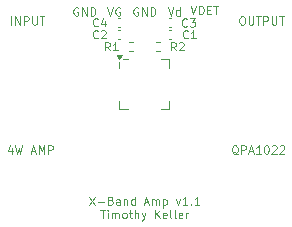
<source format=gbr>
%TF.GenerationSoftware,KiCad,Pcbnew,8.0.1*%
%TF.CreationDate,2024-07-13T13:57:38-04:00*%
%TF.ProjectId,X-Band Amplifier QPA1022,582d4261-6e64-4204-916d-706c69666965,v1.1*%
%TF.SameCoordinates,Original*%
%TF.FileFunction,Legend,Top*%
%TF.FilePolarity,Positive*%
%FSLAX46Y46*%
G04 Gerber Fmt 4.6, Leading zero omitted, Abs format (unit mm)*
G04 Created by KiCad (PCBNEW 8.0.1) date 2024-07-13 13:57:38*
%MOMM*%
%LPD*%
G01*
G04 APERTURE LIST*
%ADD10C,0.120000*%
G04 APERTURE END LIST*
D10*
X128464666Y-68910426D02*
X128464666Y-69377093D01*
X128298000Y-68643760D02*
X128131333Y-69143760D01*
X128131333Y-69143760D02*
X128564666Y-69143760D01*
X128764667Y-68677093D02*
X128931333Y-69377093D01*
X128931333Y-69377093D02*
X129064667Y-68877093D01*
X129064667Y-68877093D02*
X129198000Y-69377093D01*
X129198000Y-69377093D02*
X129364667Y-68677093D01*
X130131333Y-69177093D02*
X130464666Y-69177093D01*
X130064666Y-69377093D02*
X130298000Y-68677093D01*
X130298000Y-68677093D02*
X130531333Y-69377093D01*
X130764666Y-69377093D02*
X130764666Y-68677093D01*
X130764666Y-68677093D02*
X130998000Y-69177093D01*
X130998000Y-69177093D02*
X131231333Y-68677093D01*
X131231333Y-68677093D02*
X131231333Y-69377093D01*
X131564666Y-69377093D02*
X131564666Y-68677093D01*
X131564666Y-68677093D02*
X131831333Y-68677093D01*
X131831333Y-68677093D02*
X131898000Y-68710426D01*
X131898000Y-68710426D02*
X131931333Y-68743760D01*
X131931333Y-68743760D02*
X131964666Y-68810426D01*
X131964666Y-68810426D02*
X131964666Y-68910426D01*
X131964666Y-68910426D02*
X131931333Y-68977093D01*
X131931333Y-68977093D02*
X131898000Y-69010426D01*
X131898000Y-69010426D02*
X131831333Y-69043760D01*
X131831333Y-69043760D02*
X131564666Y-69043760D01*
X147635333Y-69443760D02*
X147568666Y-69410426D01*
X147568666Y-69410426D02*
X147502000Y-69343760D01*
X147502000Y-69343760D02*
X147402000Y-69243760D01*
X147402000Y-69243760D02*
X147335333Y-69210426D01*
X147335333Y-69210426D02*
X147268666Y-69210426D01*
X147302000Y-69377093D02*
X147235333Y-69343760D01*
X147235333Y-69343760D02*
X147168666Y-69277093D01*
X147168666Y-69277093D02*
X147135333Y-69143760D01*
X147135333Y-69143760D02*
X147135333Y-68910426D01*
X147135333Y-68910426D02*
X147168666Y-68777093D01*
X147168666Y-68777093D02*
X147235333Y-68710426D01*
X147235333Y-68710426D02*
X147302000Y-68677093D01*
X147302000Y-68677093D02*
X147435333Y-68677093D01*
X147435333Y-68677093D02*
X147502000Y-68710426D01*
X147502000Y-68710426D02*
X147568666Y-68777093D01*
X147568666Y-68777093D02*
X147602000Y-68910426D01*
X147602000Y-68910426D02*
X147602000Y-69143760D01*
X147602000Y-69143760D02*
X147568666Y-69277093D01*
X147568666Y-69277093D02*
X147502000Y-69343760D01*
X147502000Y-69343760D02*
X147435333Y-69377093D01*
X147435333Y-69377093D02*
X147302000Y-69377093D01*
X147901999Y-69377093D02*
X147901999Y-68677093D01*
X147901999Y-68677093D02*
X148168666Y-68677093D01*
X148168666Y-68677093D02*
X148235333Y-68710426D01*
X148235333Y-68710426D02*
X148268666Y-68743760D01*
X148268666Y-68743760D02*
X148301999Y-68810426D01*
X148301999Y-68810426D02*
X148301999Y-68910426D01*
X148301999Y-68910426D02*
X148268666Y-68977093D01*
X148268666Y-68977093D02*
X148235333Y-69010426D01*
X148235333Y-69010426D02*
X148168666Y-69043760D01*
X148168666Y-69043760D02*
X147901999Y-69043760D01*
X148568666Y-69177093D02*
X148901999Y-69177093D01*
X148501999Y-69377093D02*
X148735333Y-68677093D01*
X148735333Y-68677093D02*
X148968666Y-69377093D01*
X149568666Y-69377093D02*
X149168666Y-69377093D01*
X149368666Y-69377093D02*
X149368666Y-68677093D01*
X149368666Y-68677093D02*
X149301999Y-68777093D01*
X149301999Y-68777093D02*
X149235333Y-68843760D01*
X149235333Y-68843760D02*
X149168666Y-68877093D01*
X150002000Y-68677093D02*
X150068666Y-68677093D01*
X150068666Y-68677093D02*
X150135333Y-68710426D01*
X150135333Y-68710426D02*
X150168666Y-68743760D01*
X150168666Y-68743760D02*
X150202000Y-68810426D01*
X150202000Y-68810426D02*
X150235333Y-68943760D01*
X150235333Y-68943760D02*
X150235333Y-69110426D01*
X150235333Y-69110426D02*
X150202000Y-69243760D01*
X150202000Y-69243760D02*
X150168666Y-69310426D01*
X150168666Y-69310426D02*
X150135333Y-69343760D01*
X150135333Y-69343760D02*
X150068666Y-69377093D01*
X150068666Y-69377093D02*
X150002000Y-69377093D01*
X150002000Y-69377093D02*
X149935333Y-69343760D01*
X149935333Y-69343760D02*
X149902000Y-69310426D01*
X149902000Y-69310426D02*
X149868666Y-69243760D01*
X149868666Y-69243760D02*
X149835333Y-69110426D01*
X149835333Y-69110426D02*
X149835333Y-68943760D01*
X149835333Y-68943760D02*
X149868666Y-68810426D01*
X149868666Y-68810426D02*
X149902000Y-68743760D01*
X149902000Y-68743760D02*
X149935333Y-68710426D01*
X149935333Y-68710426D02*
X150002000Y-68677093D01*
X150502000Y-68743760D02*
X150535333Y-68710426D01*
X150535333Y-68710426D02*
X150602000Y-68677093D01*
X150602000Y-68677093D02*
X150768667Y-68677093D01*
X150768667Y-68677093D02*
X150835333Y-68710426D01*
X150835333Y-68710426D02*
X150868667Y-68743760D01*
X150868667Y-68743760D02*
X150902000Y-68810426D01*
X150902000Y-68810426D02*
X150902000Y-68877093D01*
X150902000Y-68877093D02*
X150868667Y-68977093D01*
X150868667Y-68977093D02*
X150468667Y-69377093D01*
X150468667Y-69377093D02*
X150902000Y-69377093D01*
X151168667Y-68743760D02*
X151202000Y-68710426D01*
X151202000Y-68710426D02*
X151268667Y-68677093D01*
X151268667Y-68677093D02*
X151435334Y-68677093D01*
X151435334Y-68677093D02*
X151502000Y-68710426D01*
X151502000Y-68710426D02*
X151535334Y-68743760D01*
X151535334Y-68743760D02*
X151568667Y-68810426D01*
X151568667Y-68810426D02*
X151568667Y-68877093D01*
X151568667Y-68877093D02*
X151535334Y-68977093D01*
X151535334Y-68977093D02*
X151135334Y-69377093D01*
X151135334Y-69377093D02*
X151568667Y-69377093D01*
X134086667Y-57026426D02*
X134020000Y-56993093D01*
X134020000Y-56993093D02*
X133920000Y-56993093D01*
X133920000Y-56993093D02*
X133820000Y-57026426D01*
X133820000Y-57026426D02*
X133753334Y-57093093D01*
X133753334Y-57093093D02*
X133720000Y-57159760D01*
X133720000Y-57159760D02*
X133686667Y-57293093D01*
X133686667Y-57293093D02*
X133686667Y-57393093D01*
X133686667Y-57393093D02*
X133720000Y-57526426D01*
X133720000Y-57526426D02*
X133753334Y-57593093D01*
X133753334Y-57593093D02*
X133820000Y-57659760D01*
X133820000Y-57659760D02*
X133920000Y-57693093D01*
X133920000Y-57693093D02*
X133986667Y-57693093D01*
X133986667Y-57693093D02*
X134086667Y-57659760D01*
X134086667Y-57659760D02*
X134120000Y-57626426D01*
X134120000Y-57626426D02*
X134120000Y-57393093D01*
X134120000Y-57393093D02*
X133986667Y-57393093D01*
X134420000Y-57693093D02*
X134420000Y-56993093D01*
X134420000Y-56993093D02*
X134820000Y-57693093D01*
X134820000Y-57693093D02*
X134820000Y-56993093D01*
X135153333Y-57693093D02*
X135153333Y-56993093D01*
X135153333Y-56993093D02*
X135320000Y-56993093D01*
X135320000Y-56993093D02*
X135420000Y-57026426D01*
X135420000Y-57026426D02*
X135486667Y-57093093D01*
X135486667Y-57093093D02*
X135520000Y-57159760D01*
X135520000Y-57159760D02*
X135553333Y-57293093D01*
X135553333Y-57293093D02*
X135553333Y-57393093D01*
X135553333Y-57393093D02*
X135520000Y-57526426D01*
X135520000Y-57526426D02*
X135486667Y-57593093D01*
X135486667Y-57593093D02*
X135420000Y-57659760D01*
X135420000Y-57659760D02*
X135320000Y-57693093D01*
X135320000Y-57693093D02*
X135153333Y-57693093D01*
X147922668Y-57755093D02*
X148056001Y-57755093D01*
X148056001Y-57755093D02*
X148122668Y-57788426D01*
X148122668Y-57788426D02*
X148189334Y-57855093D01*
X148189334Y-57855093D02*
X148222668Y-57988426D01*
X148222668Y-57988426D02*
X148222668Y-58221760D01*
X148222668Y-58221760D02*
X148189334Y-58355093D01*
X148189334Y-58355093D02*
X148122668Y-58421760D01*
X148122668Y-58421760D02*
X148056001Y-58455093D01*
X148056001Y-58455093D02*
X147922668Y-58455093D01*
X147922668Y-58455093D02*
X147856001Y-58421760D01*
X147856001Y-58421760D02*
X147789334Y-58355093D01*
X147789334Y-58355093D02*
X147756001Y-58221760D01*
X147756001Y-58221760D02*
X147756001Y-57988426D01*
X147756001Y-57988426D02*
X147789334Y-57855093D01*
X147789334Y-57855093D02*
X147856001Y-57788426D01*
X147856001Y-57788426D02*
X147922668Y-57755093D01*
X148522667Y-57755093D02*
X148522667Y-58321760D01*
X148522667Y-58321760D02*
X148556001Y-58388426D01*
X148556001Y-58388426D02*
X148589334Y-58421760D01*
X148589334Y-58421760D02*
X148656001Y-58455093D01*
X148656001Y-58455093D02*
X148789334Y-58455093D01*
X148789334Y-58455093D02*
X148856001Y-58421760D01*
X148856001Y-58421760D02*
X148889334Y-58388426D01*
X148889334Y-58388426D02*
X148922667Y-58321760D01*
X148922667Y-58321760D02*
X148922667Y-57755093D01*
X149156000Y-57755093D02*
X149556000Y-57755093D01*
X149356000Y-58455093D02*
X149356000Y-57755093D01*
X149789333Y-58455093D02*
X149789333Y-57755093D01*
X149789333Y-57755093D02*
X150056000Y-57755093D01*
X150056000Y-57755093D02*
X150122667Y-57788426D01*
X150122667Y-57788426D02*
X150156000Y-57821760D01*
X150156000Y-57821760D02*
X150189333Y-57888426D01*
X150189333Y-57888426D02*
X150189333Y-57988426D01*
X150189333Y-57988426D02*
X150156000Y-58055093D01*
X150156000Y-58055093D02*
X150122667Y-58088426D01*
X150122667Y-58088426D02*
X150056000Y-58121760D01*
X150056000Y-58121760D02*
X149789333Y-58121760D01*
X150489333Y-57755093D02*
X150489333Y-58321760D01*
X150489333Y-58321760D02*
X150522667Y-58388426D01*
X150522667Y-58388426D02*
X150556000Y-58421760D01*
X150556000Y-58421760D02*
X150622667Y-58455093D01*
X150622667Y-58455093D02*
X150756000Y-58455093D01*
X150756000Y-58455093D02*
X150822667Y-58421760D01*
X150822667Y-58421760D02*
X150856000Y-58388426D01*
X150856000Y-58388426D02*
X150889333Y-58321760D01*
X150889333Y-58321760D02*
X150889333Y-57755093D01*
X151122666Y-57755093D02*
X151522666Y-57755093D01*
X151322666Y-58455093D02*
X151322666Y-57755093D01*
X135016668Y-73011132D02*
X135483334Y-73711132D01*
X135483334Y-73011132D02*
X135016668Y-73711132D01*
X135750001Y-73444465D02*
X136283335Y-73444465D01*
X136850002Y-73344465D02*
X136950002Y-73377799D01*
X136950002Y-73377799D02*
X136983335Y-73411132D01*
X136983335Y-73411132D02*
X137016668Y-73477799D01*
X137016668Y-73477799D02*
X137016668Y-73577799D01*
X137016668Y-73577799D02*
X136983335Y-73644465D01*
X136983335Y-73644465D02*
X136950002Y-73677799D01*
X136950002Y-73677799D02*
X136883335Y-73711132D01*
X136883335Y-73711132D02*
X136616668Y-73711132D01*
X136616668Y-73711132D02*
X136616668Y-73011132D01*
X136616668Y-73011132D02*
X136850002Y-73011132D01*
X136850002Y-73011132D02*
X136916668Y-73044465D01*
X136916668Y-73044465D02*
X136950002Y-73077799D01*
X136950002Y-73077799D02*
X136983335Y-73144465D01*
X136983335Y-73144465D02*
X136983335Y-73211132D01*
X136983335Y-73211132D02*
X136950002Y-73277799D01*
X136950002Y-73277799D02*
X136916668Y-73311132D01*
X136916668Y-73311132D02*
X136850002Y-73344465D01*
X136850002Y-73344465D02*
X136616668Y-73344465D01*
X137616668Y-73711132D02*
X137616668Y-73344465D01*
X137616668Y-73344465D02*
X137583335Y-73277799D01*
X137583335Y-73277799D02*
X137516668Y-73244465D01*
X137516668Y-73244465D02*
X137383335Y-73244465D01*
X137383335Y-73244465D02*
X137316668Y-73277799D01*
X137616668Y-73677799D02*
X137550002Y-73711132D01*
X137550002Y-73711132D02*
X137383335Y-73711132D01*
X137383335Y-73711132D02*
X137316668Y-73677799D01*
X137316668Y-73677799D02*
X137283335Y-73611132D01*
X137283335Y-73611132D02*
X137283335Y-73544465D01*
X137283335Y-73544465D02*
X137316668Y-73477799D01*
X137316668Y-73477799D02*
X137383335Y-73444465D01*
X137383335Y-73444465D02*
X137550002Y-73444465D01*
X137550002Y-73444465D02*
X137616668Y-73411132D01*
X137950001Y-73244465D02*
X137950001Y-73711132D01*
X137950001Y-73311132D02*
X137983335Y-73277799D01*
X137983335Y-73277799D02*
X138050001Y-73244465D01*
X138050001Y-73244465D02*
X138150001Y-73244465D01*
X138150001Y-73244465D02*
X138216668Y-73277799D01*
X138216668Y-73277799D02*
X138250001Y-73344465D01*
X138250001Y-73344465D02*
X138250001Y-73711132D01*
X138883334Y-73711132D02*
X138883334Y-73011132D01*
X138883334Y-73677799D02*
X138816668Y-73711132D01*
X138816668Y-73711132D02*
X138683334Y-73711132D01*
X138683334Y-73711132D02*
X138616668Y-73677799D01*
X138616668Y-73677799D02*
X138583334Y-73644465D01*
X138583334Y-73644465D02*
X138550001Y-73577799D01*
X138550001Y-73577799D02*
X138550001Y-73377799D01*
X138550001Y-73377799D02*
X138583334Y-73311132D01*
X138583334Y-73311132D02*
X138616668Y-73277799D01*
X138616668Y-73277799D02*
X138683334Y-73244465D01*
X138683334Y-73244465D02*
X138816668Y-73244465D01*
X138816668Y-73244465D02*
X138883334Y-73277799D01*
X139716667Y-73511132D02*
X140050000Y-73511132D01*
X139650000Y-73711132D02*
X139883334Y-73011132D01*
X139883334Y-73011132D02*
X140116667Y-73711132D01*
X140350000Y-73711132D02*
X140350000Y-73244465D01*
X140350000Y-73311132D02*
X140383334Y-73277799D01*
X140383334Y-73277799D02*
X140450000Y-73244465D01*
X140450000Y-73244465D02*
X140550000Y-73244465D01*
X140550000Y-73244465D02*
X140616667Y-73277799D01*
X140616667Y-73277799D02*
X140650000Y-73344465D01*
X140650000Y-73344465D02*
X140650000Y-73711132D01*
X140650000Y-73344465D02*
X140683334Y-73277799D01*
X140683334Y-73277799D02*
X140750000Y-73244465D01*
X140750000Y-73244465D02*
X140850000Y-73244465D01*
X140850000Y-73244465D02*
X140916667Y-73277799D01*
X140916667Y-73277799D02*
X140950000Y-73344465D01*
X140950000Y-73344465D02*
X140950000Y-73711132D01*
X141283333Y-73244465D02*
X141283333Y-73944465D01*
X141283333Y-73277799D02*
X141350000Y-73244465D01*
X141350000Y-73244465D02*
X141483333Y-73244465D01*
X141483333Y-73244465D02*
X141550000Y-73277799D01*
X141550000Y-73277799D02*
X141583333Y-73311132D01*
X141583333Y-73311132D02*
X141616667Y-73377799D01*
X141616667Y-73377799D02*
X141616667Y-73577799D01*
X141616667Y-73577799D02*
X141583333Y-73644465D01*
X141583333Y-73644465D02*
X141550000Y-73677799D01*
X141550000Y-73677799D02*
X141483333Y-73711132D01*
X141483333Y-73711132D02*
X141350000Y-73711132D01*
X141350000Y-73711132D02*
X141283333Y-73677799D01*
X142383333Y-73244465D02*
X142549999Y-73711132D01*
X142549999Y-73711132D02*
X142716666Y-73244465D01*
X143349999Y-73711132D02*
X142949999Y-73711132D01*
X143149999Y-73711132D02*
X143149999Y-73011132D01*
X143149999Y-73011132D02*
X143083332Y-73111132D01*
X143083332Y-73111132D02*
X143016666Y-73177799D01*
X143016666Y-73177799D02*
X142949999Y-73211132D01*
X143649999Y-73644465D02*
X143683333Y-73677799D01*
X143683333Y-73677799D02*
X143649999Y-73711132D01*
X143649999Y-73711132D02*
X143616666Y-73677799D01*
X143616666Y-73677799D02*
X143649999Y-73644465D01*
X143649999Y-73644465D02*
X143649999Y-73711132D01*
X144349999Y-73711132D02*
X143949999Y-73711132D01*
X144149999Y-73711132D02*
X144149999Y-73011132D01*
X144149999Y-73011132D02*
X144083332Y-73111132D01*
X144083332Y-73111132D02*
X144016666Y-73177799D01*
X144016666Y-73177799D02*
X143949999Y-73211132D01*
X135966667Y-74138093D02*
X136366667Y-74138093D01*
X136166667Y-74838093D02*
X136166667Y-74138093D01*
X136600000Y-74838093D02*
X136600000Y-74371426D01*
X136600000Y-74138093D02*
X136566667Y-74171426D01*
X136566667Y-74171426D02*
X136600000Y-74204760D01*
X136600000Y-74204760D02*
X136633334Y-74171426D01*
X136633334Y-74171426D02*
X136600000Y-74138093D01*
X136600000Y-74138093D02*
X136600000Y-74204760D01*
X136933333Y-74838093D02*
X136933333Y-74371426D01*
X136933333Y-74438093D02*
X136966667Y-74404760D01*
X136966667Y-74404760D02*
X137033333Y-74371426D01*
X137033333Y-74371426D02*
X137133333Y-74371426D01*
X137133333Y-74371426D02*
X137200000Y-74404760D01*
X137200000Y-74404760D02*
X137233333Y-74471426D01*
X137233333Y-74471426D02*
X137233333Y-74838093D01*
X137233333Y-74471426D02*
X137266667Y-74404760D01*
X137266667Y-74404760D02*
X137333333Y-74371426D01*
X137333333Y-74371426D02*
X137433333Y-74371426D01*
X137433333Y-74371426D02*
X137500000Y-74404760D01*
X137500000Y-74404760D02*
X137533333Y-74471426D01*
X137533333Y-74471426D02*
X137533333Y-74838093D01*
X137966666Y-74838093D02*
X137900000Y-74804760D01*
X137900000Y-74804760D02*
X137866666Y-74771426D01*
X137866666Y-74771426D02*
X137833333Y-74704760D01*
X137833333Y-74704760D02*
X137833333Y-74504760D01*
X137833333Y-74504760D02*
X137866666Y-74438093D01*
X137866666Y-74438093D02*
X137900000Y-74404760D01*
X137900000Y-74404760D02*
X137966666Y-74371426D01*
X137966666Y-74371426D02*
X138066666Y-74371426D01*
X138066666Y-74371426D02*
X138133333Y-74404760D01*
X138133333Y-74404760D02*
X138166666Y-74438093D01*
X138166666Y-74438093D02*
X138200000Y-74504760D01*
X138200000Y-74504760D02*
X138200000Y-74704760D01*
X138200000Y-74704760D02*
X138166666Y-74771426D01*
X138166666Y-74771426D02*
X138133333Y-74804760D01*
X138133333Y-74804760D02*
X138066666Y-74838093D01*
X138066666Y-74838093D02*
X137966666Y-74838093D01*
X138399999Y-74371426D02*
X138666666Y-74371426D01*
X138499999Y-74138093D02*
X138499999Y-74738093D01*
X138499999Y-74738093D02*
X138533333Y-74804760D01*
X138533333Y-74804760D02*
X138599999Y-74838093D01*
X138599999Y-74838093D02*
X138666666Y-74838093D01*
X138899999Y-74838093D02*
X138899999Y-74138093D01*
X139199999Y-74838093D02*
X139199999Y-74471426D01*
X139199999Y-74471426D02*
X139166666Y-74404760D01*
X139166666Y-74404760D02*
X139099999Y-74371426D01*
X139099999Y-74371426D02*
X138999999Y-74371426D01*
X138999999Y-74371426D02*
X138933333Y-74404760D01*
X138933333Y-74404760D02*
X138899999Y-74438093D01*
X139466666Y-74371426D02*
X139633332Y-74838093D01*
X139799999Y-74371426D02*
X139633332Y-74838093D01*
X139633332Y-74838093D02*
X139566666Y-75004760D01*
X139566666Y-75004760D02*
X139533332Y-75038093D01*
X139533332Y-75038093D02*
X139466666Y-75071426D01*
X140599998Y-74838093D02*
X140599998Y-74138093D01*
X140999998Y-74838093D02*
X140699998Y-74438093D01*
X140999998Y-74138093D02*
X140599998Y-74538093D01*
X141566665Y-74804760D02*
X141499998Y-74838093D01*
X141499998Y-74838093D02*
X141366665Y-74838093D01*
X141366665Y-74838093D02*
X141299998Y-74804760D01*
X141299998Y-74804760D02*
X141266665Y-74738093D01*
X141266665Y-74738093D02*
X141266665Y-74471426D01*
X141266665Y-74471426D02*
X141299998Y-74404760D01*
X141299998Y-74404760D02*
X141366665Y-74371426D01*
X141366665Y-74371426D02*
X141499998Y-74371426D01*
X141499998Y-74371426D02*
X141566665Y-74404760D01*
X141566665Y-74404760D02*
X141599998Y-74471426D01*
X141599998Y-74471426D02*
X141599998Y-74538093D01*
X141599998Y-74538093D02*
X141266665Y-74604760D01*
X141999998Y-74838093D02*
X141933332Y-74804760D01*
X141933332Y-74804760D02*
X141899998Y-74738093D01*
X141899998Y-74738093D02*
X141899998Y-74138093D01*
X142366665Y-74838093D02*
X142299999Y-74804760D01*
X142299999Y-74804760D02*
X142266665Y-74738093D01*
X142266665Y-74738093D02*
X142266665Y-74138093D01*
X142899999Y-74804760D02*
X142833332Y-74838093D01*
X142833332Y-74838093D02*
X142699999Y-74838093D01*
X142699999Y-74838093D02*
X142633332Y-74804760D01*
X142633332Y-74804760D02*
X142599999Y-74738093D01*
X142599999Y-74738093D02*
X142599999Y-74471426D01*
X142599999Y-74471426D02*
X142633332Y-74404760D01*
X142633332Y-74404760D02*
X142699999Y-74371426D01*
X142699999Y-74371426D02*
X142833332Y-74371426D01*
X142833332Y-74371426D02*
X142899999Y-74404760D01*
X142899999Y-74404760D02*
X142933332Y-74471426D01*
X142933332Y-74471426D02*
X142933332Y-74538093D01*
X142933332Y-74538093D02*
X142599999Y-74604760D01*
X143233332Y-74838093D02*
X143233332Y-74371426D01*
X143233332Y-74504760D02*
X143266666Y-74438093D01*
X143266666Y-74438093D02*
X143299999Y-74404760D01*
X143299999Y-74404760D02*
X143366666Y-74371426D01*
X143366666Y-74371426D02*
X143433332Y-74371426D01*
X141690000Y-56993093D02*
X141923334Y-57693093D01*
X141923334Y-57693093D02*
X142156667Y-56993093D01*
X142690000Y-57693093D02*
X142690000Y-56993093D01*
X142690000Y-57659760D02*
X142623334Y-57693093D01*
X142623334Y-57693093D02*
X142490000Y-57693093D01*
X142490000Y-57693093D02*
X142423334Y-57659760D01*
X142423334Y-57659760D02*
X142390000Y-57626426D01*
X142390000Y-57626426D02*
X142356667Y-57559760D01*
X142356667Y-57559760D02*
X142356667Y-57359760D01*
X142356667Y-57359760D02*
X142390000Y-57293093D01*
X142390000Y-57293093D02*
X142423334Y-57259760D01*
X142423334Y-57259760D02*
X142490000Y-57226426D01*
X142490000Y-57226426D02*
X142623334Y-57226426D01*
X142623334Y-57226426D02*
X142690000Y-57259760D01*
X143613333Y-56866093D02*
X143846667Y-57566093D01*
X143846667Y-57566093D02*
X144080000Y-56866093D01*
X144313333Y-57566093D02*
X144313333Y-56866093D01*
X144313333Y-56866093D02*
X144480000Y-56866093D01*
X144480000Y-56866093D02*
X144580000Y-56899426D01*
X144580000Y-56899426D02*
X144646667Y-56966093D01*
X144646667Y-56966093D02*
X144680000Y-57032760D01*
X144680000Y-57032760D02*
X144713333Y-57166093D01*
X144713333Y-57166093D02*
X144713333Y-57266093D01*
X144713333Y-57266093D02*
X144680000Y-57399426D01*
X144680000Y-57399426D02*
X144646667Y-57466093D01*
X144646667Y-57466093D02*
X144580000Y-57532760D01*
X144580000Y-57532760D02*
X144480000Y-57566093D01*
X144480000Y-57566093D02*
X144313333Y-57566093D01*
X145013333Y-57199426D02*
X145246667Y-57199426D01*
X145346667Y-57566093D02*
X145013333Y-57566093D01*
X145013333Y-57566093D02*
X145013333Y-56866093D01*
X145013333Y-56866093D02*
X145346667Y-56866093D01*
X145546666Y-56866093D02*
X145946666Y-56866093D01*
X145746666Y-57566093D02*
X145746666Y-56866093D01*
X136576666Y-56993093D02*
X136810000Y-57693093D01*
X136810000Y-57693093D02*
X137043333Y-56993093D01*
X137643333Y-57026426D02*
X137576666Y-56993093D01*
X137576666Y-56993093D02*
X137476666Y-56993093D01*
X137476666Y-56993093D02*
X137376666Y-57026426D01*
X137376666Y-57026426D02*
X137310000Y-57093093D01*
X137310000Y-57093093D02*
X137276666Y-57159760D01*
X137276666Y-57159760D02*
X137243333Y-57293093D01*
X137243333Y-57293093D02*
X137243333Y-57393093D01*
X137243333Y-57393093D02*
X137276666Y-57526426D01*
X137276666Y-57526426D02*
X137310000Y-57593093D01*
X137310000Y-57593093D02*
X137376666Y-57659760D01*
X137376666Y-57659760D02*
X137476666Y-57693093D01*
X137476666Y-57693093D02*
X137543333Y-57693093D01*
X137543333Y-57693093D02*
X137643333Y-57659760D01*
X137643333Y-57659760D02*
X137676666Y-57626426D01*
X137676666Y-57626426D02*
X137676666Y-57393093D01*
X137676666Y-57393093D02*
X137543333Y-57393093D01*
X139166667Y-57026426D02*
X139100000Y-56993093D01*
X139100000Y-56993093D02*
X139000000Y-56993093D01*
X139000000Y-56993093D02*
X138900000Y-57026426D01*
X138900000Y-57026426D02*
X138833334Y-57093093D01*
X138833334Y-57093093D02*
X138800000Y-57159760D01*
X138800000Y-57159760D02*
X138766667Y-57293093D01*
X138766667Y-57293093D02*
X138766667Y-57393093D01*
X138766667Y-57393093D02*
X138800000Y-57526426D01*
X138800000Y-57526426D02*
X138833334Y-57593093D01*
X138833334Y-57593093D02*
X138900000Y-57659760D01*
X138900000Y-57659760D02*
X139000000Y-57693093D01*
X139000000Y-57693093D02*
X139066667Y-57693093D01*
X139066667Y-57693093D02*
X139166667Y-57659760D01*
X139166667Y-57659760D02*
X139200000Y-57626426D01*
X139200000Y-57626426D02*
X139200000Y-57393093D01*
X139200000Y-57393093D02*
X139066667Y-57393093D01*
X139500000Y-57693093D02*
X139500000Y-56993093D01*
X139500000Y-56993093D02*
X139900000Y-57693093D01*
X139900000Y-57693093D02*
X139900000Y-56993093D01*
X140233333Y-57693093D02*
X140233333Y-56993093D01*
X140233333Y-56993093D02*
X140400000Y-56993093D01*
X140400000Y-56993093D02*
X140500000Y-57026426D01*
X140500000Y-57026426D02*
X140566667Y-57093093D01*
X140566667Y-57093093D02*
X140600000Y-57159760D01*
X140600000Y-57159760D02*
X140633333Y-57293093D01*
X140633333Y-57293093D02*
X140633333Y-57393093D01*
X140633333Y-57393093D02*
X140600000Y-57526426D01*
X140600000Y-57526426D02*
X140566667Y-57593093D01*
X140566667Y-57593093D02*
X140500000Y-57659760D01*
X140500000Y-57659760D02*
X140400000Y-57693093D01*
X140400000Y-57693093D02*
X140233333Y-57693093D01*
X128444000Y-58455093D02*
X128444000Y-57755093D01*
X128777333Y-58455093D02*
X128777333Y-57755093D01*
X128777333Y-57755093D02*
X129177333Y-58455093D01*
X129177333Y-58455093D02*
X129177333Y-57755093D01*
X129510666Y-58455093D02*
X129510666Y-57755093D01*
X129510666Y-57755093D02*
X129777333Y-57755093D01*
X129777333Y-57755093D02*
X129844000Y-57788426D01*
X129844000Y-57788426D02*
X129877333Y-57821760D01*
X129877333Y-57821760D02*
X129910666Y-57888426D01*
X129910666Y-57888426D02*
X129910666Y-57988426D01*
X129910666Y-57988426D02*
X129877333Y-58055093D01*
X129877333Y-58055093D02*
X129844000Y-58088426D01*
X129844000Y-58088426D02*
X129777333Y-58121760D01*
X129777333Y-58121760D02*
X129510666Y-58121760D01*
X130210666Y-57755093D02*
X130210666Y-58321760D01*
X130210666Y-58321760D02*
X130244000Y-58388426D01*
X130244000Y-58388426D02*
X130277333Y-58421760D01*
X130277333Y-58421760D02*
X130344000Y-58455093D01*
X130344000Y-58455093D02*
X130477333Y-58455093D01*
X130477333Y-58455093D02*
X130544000Y-58421760D01*
X130544000Y-58421760D02*
X130577333Y-58388426D01*
X130577333Y-58388426D02*
X130610666Y-58321760D01*
X130610666Y-58321760D02*
X130610666Y-57755093D01*
X130843999Y-57755093D02*
X131243999Y-57755093D01*
X131043999Y-58455093D02*
X131043999Y-57755093D01*
X142377333Y-60642593D02*
X142144000Y-60309260D01*
X141977333Y-60642593D02*
X141977333Y-59942593D01*
X141977333Y-59942593D02*
X142244000Y-59942593D01*
X142244000Y-59942593D02*
X142310667Y-59975926D01*
X142310667Y-59975926D02*
X142344000Y-60009260D01*
X142344000Y-60009260D02*
X142377333Y-60075926D01*
X142377333Y-60075926D02*
X142377333Y-60175926D01*
X142377333Y-60175926D02*
X142344000Y-60242593D01*
X142344000Y-60242593D02*
X142310667Y-60275926D01*
X142310667Y-60275926D02*
X142244000Y-60309260D01*
X142244000Y-60309260D02*
X141977333Y-60309260D01*
X142644000Y-60009260D02*
X142677333Y-59975926D01*
X142677333Y-59975926D02*
X142744000Y-59942593D01*
X142744000Y-59942593D02*
X142910667Y-59942593D01*
X142910667Y-59942593D02*
X142977333Y-59975926D01*
X142977333Y-59975926D02*
X143010667Y-60009260D01*
X143010667Y-60009260D02*
X143044000Y-60075926D01*
X143044000Y-60075926D02*
X143044000Y-60142593D01*
X143044000Y-60142593D02*
X143010667Y-60242593D01*
X143010667Y-60242593D02*
X142610667Y-60642593D01*
X142610667Y-60642593D02*
X143044000Y-60642593D01*
X136789333Y-60642593D02*
X136556000Y-60309260D01*
X136389333Y-60642593D02*
X136389333Y-59942593D01*
X136389333Y-59942593D02*
X136656000Y-59942593D01*
X136656000Y-59942593D02*
X136722667Y-59975926D01*
X136722667Y-59975926D02*
X136756000Y-60009260D01*
X136756000Y-60009260D02*
X136789333Y-60075926D01*
X136789333Y-60075926D02*
X136789333Y-60175926D01*
X136789333Y-60175926D02*
X136756000Y-60242593D01*
X136756000Y-60242593D02*
X136722667Y-60275926D01*
X136722667Y-60275926D02*
X136656000Y-60309260D01*
X136656000Y-60309260D02*
X136389333Y-60309260D01*
X137456000Y-60642593D02*
X137056000Y-60642593D01*
X137256000Y-60642593D02*
X137256000Y-59942593D01*
X137256000Y-59942593D02*
X137189333Y-60042593D01*
X137189333Y-60042593D02*
X137122667Y-60109260D01*
X137122667Y-60109260D02*
X137056000Y-60142593D01*
X135773333Y-58543926D02*
X135740000Y-58577260D01*
X135740000Y-58577260D02*
X135640000Y-58610593D01*
X135640000Y-58610593D02*
X135573333Y-58610593D01*
X135573333Y-58610593D02*
X135473333Y-58577260D01*
X135473333Y-58577260D02*
X135406667Y-58510593D01*
X135406667Y-58510593D02*
X135373333Y-58443926D01*
X135373333Y-58443926D02*
X135340000Y-58310593D01*
X135340000Y-58310593D02*
X135340000Y-58210593D01*
X135340000Y-58210593D02*
X135373333Y-58077260D01*
X135373333Y-58077260D02*
X135406667Y-58010593D01*
X135406667Y-58010593D02*
X135473333Y-57943926D01*
X135473333Y-57943926D02*
X135573333Y-57910593D01*
X135573333Y-57910593D02*
X135640000Y-57910593D01*
X135640000Y-57910593D02*
X135740000Y-57943926D01*
X135740000Y-57943926D02*
X135773333Y-57977260D01*
X136373333Y-58143926D02*
X136373333Y-58610593D01*
X136206667Y-57877260D02*
X136040000Y-58377260D01*
X136040000Y-58377260D02*
X136473333Y-58377260D01*
X143317133Y-58569326D02*
X143283800Y-58602660D01*
X143283800Y-58602660D02*
X143183800Y-58635993D01*
X143183800Y-58635993D02*
X143117133Y-58635993D01*
X143117133Y-58635993D02*
X143017133Y-58602660D01*
X143017133Y-58602660D02*
X142950467Y-58535993D01*
X142950467Y-58535993D02*
X142917133Y-58469326D01*
X142917133Y-58469326D02*
X142883800Y-58335993D01*
X142883800Y-58335993D02*
X142883800Y-58235993D01*
X142883800Y-58235993D02*
X142917133Y-58102660D01*
X142917133Y-58102660D02*
X142950467Y-58035993D01*
X142950467Y-58035993D02*
X143017133Y-57969326D01*
X143017133Y-57969326D02*
X143117133Y-57935993D01*
X143117133Y-57935993D02*
X143183800Y-57935993D01*
X143183800Y-57935993D02*
X143283800Y-57969326D01*
X143283800Y-57969326D02*
X143317133Y-58002660D01*
X143550467Y-57935993D02*
X143983800Y-57935993D01*
X143983800Y-57935993D02*
X143750467Y-58202660D01*
X143750467Y-58202660D02*
X143850467Y-58202660D01*
X143850467Y-58202660D02*
X143917133Y-58235993D01*
X143917133Y-58235993D02*
X143950467Y-58269326D01*
X143950467Y-58269326D02*
X143983800Y-58335993D01*
X143983800Y-58335993D02*
X143983800Y-58502660D01*
X143983800Y-58502660D02*
X143950467Y-58569326D01*
X143950467Y-58569326D02*
X143917133Y-58602660D01*
X143917133Y-58602660D02*
X143850467Y-58635993D01*
X143850467Y-58635993D02*
X143650467Y-58635993D01*
X143650467Y-58635993D02*
X143583800Y-58602660D01*
X143583800Y-58602660D02*
X143550467Y-58569326D01*
X143393333Y-59559926D02*
X143360000Y-59593260D01*
X143360000Y-59593260D02*
X143260000Y-59626593D01*
X143260000Y-59626593D02*
X143193333Y-59626593D01*
X143193333Y-59626593D02*
X143093333Y-59593260D01*
X143093333Y-59593260D02*
X143026667Y-59526593D01*
X143026667Y-59526593D02*
X142993333Y-59459926D01*
X142993333Y-59459926D02*
X142960000Y-59326593D01*
X142960000Y-59326593D02*
X142960000Y-59226593D01*
X142960000Y-59226593D02*
X142993333Y-59093260D01*
X142993333Y-59093260D02*
X143026667Y-59026593D01*
X143026667Y-59026593D02*
X143093333Y-58959926D01*
X143093333Y-58959926D02*
X143193333Y-58926593D01*
X143193333Y-58926593D02*
X143260000Y-58926593D01*
X143260000Y-58926593D02*
X143360000Y-58959926D01*
X143360000Y-58959926D02*
X143393333Y-58993260D01*
X144060000Y-59626593D02*
X143660000Y-59626593D01*
X143860000Y-59626593D02*
X143860000Y-58926593D01*
X143860000Y-58926593D02*
X143793333Y-59026593D01*
X143793333Y-59026593D02*
X143726667Y-59093260D01*
X143726667Y-59093260D02*
X143660000Y-59126593D01*
X135773333Y-59559926D02*
X135740000Y-59593260D01*
X135740000Y-59593260D02*
X135640000Y-59626593D01*
X135640000Y-59626593D02*
X135573333Y-59626593D01*
X135573333Y-59626593D02*
X135473333Y-59593260D01*
X135473333Y-59593260D02*
X135406667Y-59526593D01*
X135406667Y-59526593D02*
X135373333Y-59459926D01*
X135373333Y-59459926D02*
X135340000Y-59326593D01*
X135340000Y-59326593D02*
X135340000Y-59226593D01*
X135340000Y-59226593D02*
X135373333Y-59093260D01*
X135373333Y-59093260D02*
X135406667Y-59026593D01*
X135406667Y-59026593D02*
X135473333Y-58959926D01*
X135473333Y-58959926D02*
X135573333Y-58926593D01*
X135573333Y-58926593D02*
X135640000Y-58926593D01*
X135640000Y-58926593D02*
X135740000Y-58959926D01*
X135740000Y-58959926D02*
X135773333Y-58993260D01*
X136040000Y-58993260D02*
X136073333Y-58959926D01*
X136073333Y-58959926D02*
X136140000Y-58926593D01*
X136140000Y-58926593D02*
X136306667Y-58926593D01*
X136306667Y-58926593D02*
X136373333Y-58959926D01*
X136373333Y-58959926D02*
X136406667Y-58993260D01*
X136406667Y-58993260D02*
X136440000Y-59059926D01*
X136440000Y-59059926D02*
X136440000Y-59126593D01*
X136440000Y-59126593D02*
X136406667Y-59226593D01*
X136406667Y-59226593D02*
X136006667Y-59626593D01*
X136006667Y-59626593D02*
X136440000Y-59626593D01*
%TO.C,U1*%
X137590000Y-62115000D02*
X137590000Y-61630000D01*
X137590000Y-65610000D02*
X137590000Y-64885000D01*
X138315000Y-61390000D02*
X137890000Y-61390000D01*
X138315000Y-65610000D02*
X137590000Y-65610000D01*
X141085000Y-61390000D02*
X141810000Y-61390000D01*
X141085000Y-65610000D02*
X141810000Y-65610000D01*
X141810000Y-61390000D02*
X141810000Y-62115000D01*
X141810000Y-65610000D02*
X141810000Y-64885000D01*
X137590000Y-61390000D02*
X137350000Y-61060000D01*
X137830000Y-61060000D01*
X137590000Y-61390000D01*
G36*
X137590000Y-61390000D02*
G01*
X137350000Y-61060000D01*
X137830000Y-61060000D01*
X137590000Y-61390000D01*
G37*
%TO.C,R2*%
X140689359Y-59945000D02*
X140996641Y-59945000D01*
X140689359Y-60705000D02*
X140996641Y-60705000D01*
%TO.C,R1*%
X138403359Y-59945000D02*
X138710641Y-59945000D01*
X138403359Y-60705000D02*
X138710641Y-60705000D01*
%TO.C,C4*%
X137433164Y-57933000D02*
X137648836Y-57933000D01*
X137433164Y-58653000D02*
X137648836Y-58653000D01*
%TO.C,C3*%
X141751164Y-57933000D02*
X141966836Y-57933000D01*
X141751164Y-58653000D02*
X141966836Y-58653000D01*
%TO.C,C1*%
X141751164Y-59669000D02*
X141966836Y-59669000D01*
X141751164Y-58949000D02*
X141966836Y-58949000D01*
%TO.C,C2*%
X137433164Y-58949000D02*
X137648836Y-58949000D01*
X137433164Y-59669000D02*
X137648836Y-59669000D01*
%TD*%
M02*

</source>
